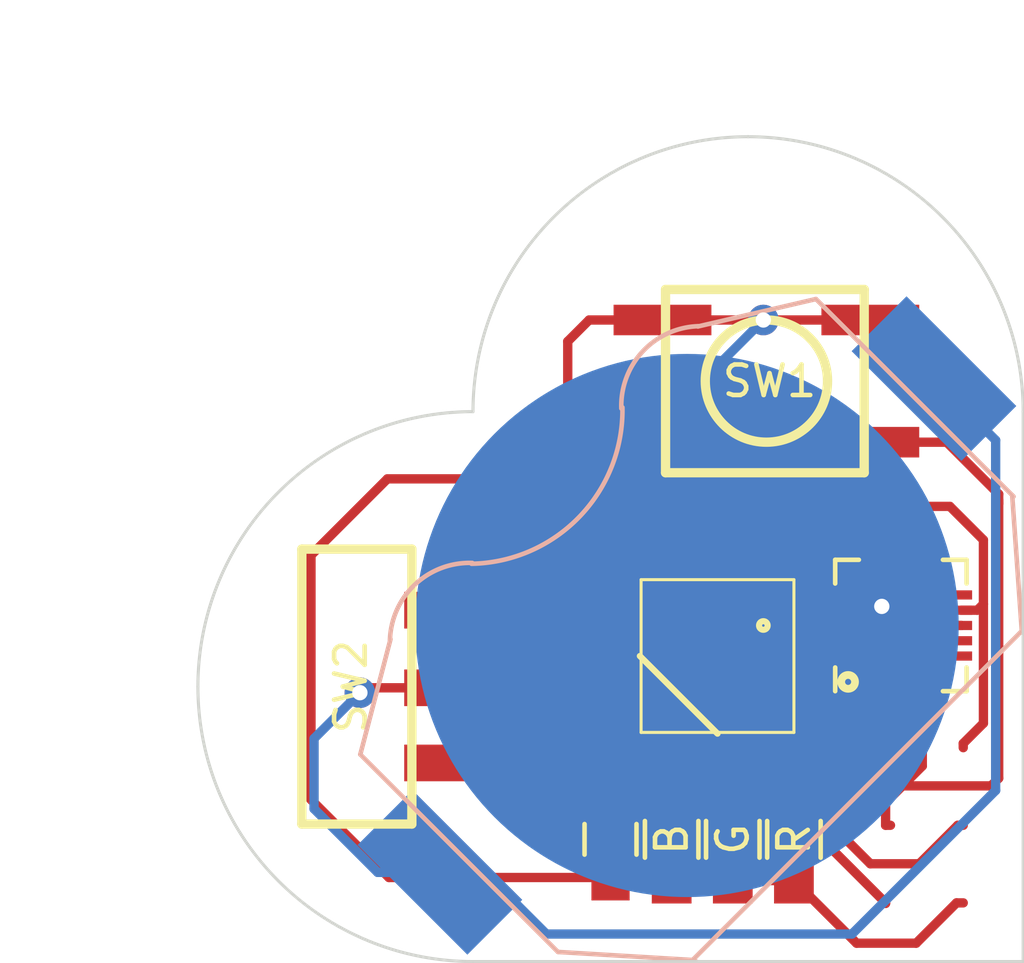
<source format=kicad_pcb>
(kicad_pcb (version 4) (host pcbnew 4.0.4-stable)

  (general
    (links 23)
    (no_connects 0)
    (area 185.192599 71.622599 219.870001 104.300001)
    (thickness 1.6)
    (drawings 9)
    (tracks 119)
    (zones 0)
    (modules 10)
    (nets 13)
  )

  (page USLetter)
  (layers
    (0 F.Cu signal)
    (31 B.Cu signal)
    (34 B.Paste user hide)
    (35 F.Paste user hide)
    (36 B.SilkS user)
    (37 F.SilkS user hide)
    (38 B.Mask user hide)
    (39 F.Mask user)
    (40 Dwgs.User user hide)
    (44 Edge.Cuts user)
  )

  (setup
    (last_trace_width 0.1524)
    (user_trace_width 0.254)
    (user_trace_width 0.3048)
    (user_trace_width 0.4064)
    (user_trace_width 0.6096)
    (user_trace_width 2.032)
    (trace_clearance 0.1524)
    (zone_clearance 0.508)
    (zone_45_only no)
    (trace_min 0.1524)
    (segment_width 0.254)
    (edge_width 0.1)
    (via_size 0.6858)
    (via_drill 0.3302)
    (via_min_size 0.6858)
    (via_min_drill 0.3302)
    (user_via 1 0.5)
    (uvia_size 0.762)
    (uvia_drill 0.508)
    (uvias_allowed no)
    (uvia_min_size 0.508)
    (uvia_min_drill 0.127)
    (pcb_text_width 0.3)
    (pcb_text_size 1.5 1.5)
    (mod_edge_width 0.15)
    (mod_text_size 1 1)
    (mod_text_width 0.15)
    (pad_size 2 2)
    (pad_drill 2)
    (pad_to_mask_clearance 0)
    (aux_axis_origin 0 0)
    (grid_origin 210.82 95.25)
    (visible_elements 7FFFFFFF)
    (pcbplotparams
      (layerselection 0x010f0_80000001)
      (usegerberextensions true)
      (excludeedgelayer true)
      (linewidth 0.100000)
      (plotframeref false)
      (viasonmask false)
      (mode 1)
      (useauxorigin false)
      (hpglpennumber 1)
      (hpglpenspeed 20)
      (hpglpendiameter 15)
      (hpglpenoverlay 2)
      (psnegative false)
      (psa4output false)
      (plotreference true)
      (plotvalue true)
      (plotinvisibletext false)
      (padsonsilk false)
      (subtractmaskfromsilk false)
      (outputformat 1)
      (mirror false)
      (drillshape 0)
      (scaleselection 1)
      (outputdirectory gerbers/))
  )

  (net 0 "")
  (net 1 GND)
  (net 2 +BATT)
  (net 3 "Net-(D1-Pad5)")
  (net 4 "Net-(D1-Pad6)")
  (net 5 "Net-(D1-Pad3)")
  (net 6 "Net-(BT1-Pad1)")
  (net 7 "Net-(CON1-Pad1)")
  (net 8 "Net-(CON1-Pad3)")
  (net 9 "Net-(CON1-Pad4)")
  (net 10 "Net-(CON1-Pad5)")
  (net 11 "Net-(D1-Pad1)")
  (net 12 "Net-(D1-Pad2)")

  (net_class Default "This is the default net class."
    (clearance 0.1524)
    (trace_width 0.1524)
    (via_dia 0.6858)
    (via_drill 0.3302)
    (uvia_dia 0.762)
    (uvia_drill 0.508)
    (add_net +BATT)
    (add_net GND)
    (add_net "Net-(BT1-Pad1)")
    (add_net "Net-(CON1-Pad1)")
    (add_net "Net-(CON1-Pad3)")
    (add_net "Net-(CON1-Pad4)")
    (add_net "Net-(CON1-Pad5)")
    (add_net "Net-(D1-Pad1)")
    (add_net "Net-(D1-Pad2)")
    (add_net "Net-(D1-Pad3)")
    (add_net "Net-(D1-Pad5)")
    (add_net "Net-(D1-Pad6)")
  )

  (module LED_RGB_QBLP679E (layer F.Cu) (tedit 58615818) (tstamp 56ECCC30)
    (at 208.82 93.25 270)
    (descr "RGB LED PLLC-6")
    (tags "RGB LED PLLC-6")
    (path /56ECDC4D)
    (attr smd)
    (fp_text reference D1 (at 0 -1.4 270) (layer F.SilkS) hide
      (effects (font (size 1 1) (thickness 0.15)))
    )
    (fp_text value LED_RGB (at 0 2 270) (layer F.Fab) hide
      (effects (font (size 0.5 0.5) (thickness 0.125)))
    )
    (fp_line (start 2.54 0) (end 0 2.54) (layer F.SilkS) (width 0.2032))
    (fp_text user QBLP679E (at 0 2.7 270) (layer F.Fab) hide
      (effects (font (size 0.2 0.2) (thickness 0.05)))
    )
    (fp_circle (center -1 -1.5) (end -1.1 -1.6) (layer F.SilkS) (width 0.2))
    (fp_line (start -2.5 -2.5) (end 2.5 -2.5) (layer F.SilkS) (width 0.1))
    (fp_line (start 2.5 -2.5) (end 2.5 2.5) (layer F.SilkS) (width 0.1))
    (fp_line (start 2.5 2.5) (end -2.5 2.5) (layer F.SilkS) (width 0.1))
    (fp_line (start -2.5 2.5) (end -2.5 -2.5) (layer F.SilkS) (width 0.1))
    (pad 4 smd rect (at -2.1 -1.5) (size 1 1.5) (layers F.Cu F.Paste F.Mask)
      (net 9 "Net-(CON1-Pad4)"))
    (pad 5 smd rect (at -2.1 0) (size 1 1.5) (layers F.Cu F.Paste F.Mask)
      (net 3 "Net-(D1-Pad5)"))
    (pad 6 smd rect (at -2.1 1.5) (size 1 1.5) (layers F.Cu F.Paste F.Mask)
      (net 4 "Net-(D1-Pad6)"))
    (pad 1 smd rect (at 2 1.5) (size 1 1.5) (layers F.Cu F.Paste F.Mask)
      (net 11 "Net-(D1-Pad1)"))
    (pad 2 smd rect (at 2 0) (size 1 1.5) (layers F.Cu F.Paste F.Mask)
      (net 12 "Net-(D1-Pad2)"))
    (pad 3 smd rect (at 2 -1.5) (size 1 1.5) (layers F.Cu F.Paste F.Mask)
      (net 5 "Net-(D1-Pad3)"))
  )

  (module SW_SMD_PUSH (layer F.Cu) (tedit 586155F4) (tstamp 586092D3)
    (at 213.82 86.25 180)
    (descr "Through hole pin header")
    (tags "pin header")
    (path /58609F3B)
    (fp_text reference SW1 (at 3.3 2 180) (layer F.SilkS)
      (effects (font (size 1 1) (thickness 0.15)))
    )
    (fp_text value SW_PUSH (at 3 2 180) (layer F.Fab)
      (effects (font (size 1 1) (thickness 0.15)))
    )
    (fp_circle (center 3.4 2) (end 3.4 0) (layer F.SilkS) (width 0.3048))
    (fp_line (start 6.7 5) (end 6.7 -1) (layer F.SilkS) (width 0.3048))
    (fp_line (start 0.2 -1) (end 0.2 5) (layer F.SilkS) (width 0.3048))
    (fp_line (start 0.2 5) (end 6.7 5) (layer F.SilkS) (width 0.3048))
    (fp_line (start 0.2 -1) (end 6.7 -1) (layer F.SilkS) (width 0.3048))
    (fp_line (start -1.75 -1.75) (end -1.75 14.45) (layer F.CrtYd) (width 0.05))
    (fp_line (start 4.3 -1.75) (end 4.3 14.45) (layer F.CrtYd) (width 0.05))
    (fp_line (start -1.75 -1.75) (end 4.3 -1.75) (layer F.CrtYd) (width 0.05))
    (fp_line (start -1.75 14.45) (end 4.3 14.45) (layer F.CrtYd) (width 0.05))
    (pad 2 smd rect (at 6.8 4 180) (size 3.2 1) (layers F.Cu F.Paste F.Mask)
      (net 1 GND))
    (pad 1 smd rect (at 6.8 0 180) (size 3.2 1) (layers F.Cu F.Paste F.Mask)
      (net 8 "Net-(CON1-Pad3)"))
    (pad 1 smd rect (at 0 0 180) (size 3.2 1) (layers F.Cu F.Paste F.Mask)
      (net 8 "Net-(CON1-Pad3)"))
    (pad 2 smd rect (at 0 4 180) (size 3.2 1) (layers F.Cu F.Paste F.Mask)
      (net 1 GND))
  )

  (module myFootPrints:BATT_CR2032_SMD (layer B.Cu) (tedit 56CFB5D2) (tstamp 586093B2)
    (at 207.82 92.25 45)
    (tags battery)
    (path /56CFA61E)
    (fp_text reference BT1 (at 0 -5.08 45) (layer B.SilkS) hide
      (effects (font (size 1.72974 1.08712) (thickness 0.27178)) (justify mirror))
    )
    (fp_text value Battery (at 0 2.54 45) (layer B.SilkS) hide
      (effects (font (size 1.524 1.016) (thickness 0.254)) (justify mirror))
    )
    (fp_line (start -7.1755 -6.5405) (end -10.541 -4.572) (layer B.SilkS) (width 0.15))
    (fp_line (start 7.1755 -6.6675) (end 10.541 -4.572) (layer B.SilkS) (width 0.15))
    (fp_arc (start -5.4229 -4.6355) (end -3.5179 -6.4135) (angle -90) (layer B.SilkS) (width 0.15))
    (fp_arc (start 5.4102 -4.7625) (end 7.1882 -6.6675) (angle -90) (layer B.SilkS) (width 0.15))
    (fp_arc (start -0.0635 -10.033) (end -3.556 -6.4135) (angle -90) (layer B.SilkS) (width 0.15))
    (fp_line (start 7.62 7.874) (end 10.541 4.5085) (layer B.SilkS) (width 0.15))
    (fp_line (start -10.541 4.572) (end -7.5565 7.9375) (layer B.SilkS) (width 0.15))
    (fp_line (start -7.62 7.874) (end 7.62 7.874) (layer B.SilkS) (width 0.15))
    (fp_line (start -10.541 -4.572) (end -10.541 4.572) (layer B.SilkS) (width 0.15))
    (fp_line (start 10.541 -4.572) (end 10.541 4.572) (layer B.SilkS) (width 0.15))
    (fp_circle (center 0 0) (end -10.16 0) (layer Dwgs.User) (width 0.15))
    (pad 2 smd circle (at 0 0 45) (size 17.78 17.78) (layers B.Cu B.Paste B.Mask)
      (net 1 GND))
    (pad 1 smd rect (at -11.43 0 45) (size 2.54 5.08) (layers B.Cu B.Paste B.Mask)
      (net 6 "Net-(BT1-Pad1)"))
    (pad 1 smd rect (at 11.43 0 45) (size 2.54 5.08) (layers B.Cu B.Paste B.Mask)
      (net 6 "Net-(BT1-Pad1)"))
  )

  (module SPST_SMD (layer F.Cu) (tedit 5872ACCD) (tstamp 586092E3)
    (at 199.82 94.25 270)
    (descr "Through hole pin header")
    (tags "pin header")
    (path /5860A0CD)
    (fp_text reference SW2 (at 0 3 270) (layer F.SilkS)
      (effects (font (size 1 1) (thickness 0.15)))
    )
    (fp_text value SPST (at 0.1 0 270) (layer F.Fab)
      (effects (font (size 1 1) (thickness 0.15)))
    )
    (fp_line (start -4.5 4.6) (end 4.5 4.6) (layer F.SilkS) (width 0.3048))
    (fp_line (start 4.5 1) (end 4.5 4.6) (layer F.SilkS) (width 0.3048))
    (fp_line (start -4.5 1) (end -4.5 4.6) (layer F.SilkS) (width 0.3048))
    (fp_line (start -4.5 1) (end 4.5 1) (layer F.SilkS) (width 0.3048))
    (fp_text user JS102011SAQN (at 0 1.7 270) (layer F.Fab)
      (effects (font (size 0.8 0.8) (thickness 0.1)))
    )
    (fp_line (start -1.75 14.45) (end 4.3 14.45) (layer F.CrtYd) (width 0.05))
    (pad 1 smd rect (at -2.5 0 270) (size 1.2 2.5) (layers F.Cu F.Paste F.Mask)
      (net 2 +BATT))
    (pad 2 smd rect (at 0.04 0 270) (size 1.2 2.5) (layers F.Cu F.Paste F.Mask)
      (net 6 "Net-(BT1-Pad1)"))
    (pad 3 smd rect (at 2.5 0 270) (size 1.2 2.5) (layers F.Cu F.Paste F.Mask))
  )

  (module Pin_Headers:Pin_Header_Straight_1x01 (layer F.Cu) (tedit 5872ACD6) (tstamp 5860AB5B)
    (at 208.32 78.25)
    (descr "Through hole pin header")
    (tags "pin header")
    (path /5860AE9A)
    (fp_text reference P1 (at -0.6 -0.5) (layer F.SilkS) hide
      (effects (font (size 0.127 0.127) (thickness 0.03175)))
    )
    (fp_text value CONN_01X01 (at 0 0.9) (layer F.Fab)
      (effects (font (size 0.127 0.127) (thickness 0.03175)))
    )
  )

  (module myFootPrints:QFN-20-1EP_4x4mm_Pitch0.5mm (layer F.Cu) (tedit 58614E75) (tstamp 56ECCED5)
    (at 214.82 92.25 90)
    (descr "20-Lead Plastic Quad Flat, No Lead Package (ML) - 4x4x0.9 mm Body [QFN]; (see Microchip Packaging Specification 00000049BS.pdf)")
    (tags "QFN 0.5")
    (path /56ECF26C)
    (attr smd)
    (fp_text reference IC1 (at 0 0 90) (layer F.SilkS) hide
      (effects (font (size 1 1) (thickness 0.15)))
    )
    (fp_text value ATTINY84A-M (at 0 3.33 90) (layer F.Fab) hide
      (effects (font (size 1 1) (thickness 0.15)))
    )
    (fp_line (start -2.6 -2.6) (end -2.6 2.6) (layer F.CrtYd) (width 0.05))
    (fp_line (start 2.6 -2.6) (end 2.6 2.6) (layer F.CrtYd) (width 0.05))
    (fp_line (start -2.6 -2.6) (end 2.6 -2.6) (layer F.CrtYd) (width 0.05))
    (fp_line (start -2.6 2.6) (end 2.6 2.6) (layer F.CrtYd) (width 0.05))
    (fp_line (start 2.15 -2.15) (end 2.15 -1.375) (layer F.SilkS) (width 0.15))
    (fp_line (start -2.15 2.15) (end -2.15 1.375) (layer F.SilkS) (width 0.15))
    (fp_line (start 2.15 2.15) (end 2.15 1.375) (layer F.SilkS) (width 0.15))
    (fp_line (start -2.15 -2.15) (end -1.375 -2.15) (layer F.SilkS) (width 0.15))
    (fp_line (start -2.15 2.15) (end -1.375 2.15) (layer F.SilkS) (width 0.15))
    (fp_line (start 2.15 2.15) (end 1.375 2.15) (layer F.SilkS) (width 0.15))
    (fp_line (start 2.15 -2.15) (end 1.375 -2.15) (layer F.SilkS) (width 0.15))
    (pad 1 smd rect (at -1.965 -1 90) (size 0.73 0.3) (layers F.Cu F.Paste F.Mask)
      (net 8 "Net-(CON1-Pad3)"))
    (pad 2 smd rect (at -1.965 -0.5 90) (size 0.73 0.3) (layers F.Cu F.Paste F.Mask))
    (pad 3 smd rect (at -1.965 0 90) (size 0.73 0.3) (layers F.Cu F.Paste F.Mask))
    (pad 4 smd rect (at -1.965 0.5 90) (size 0.73 0.3) (layers F.Cu F.Paste F.Mask))
    (pad 5 smd rect (at -1.965 1 90) (size 0.73 0.3) (layers F.Cu F.Paste F.Mask))
    (pad 6 smd rect (at -1 1.965 180) (size 0.73 0.3) (layers F.Cu F.Paste F.Mask))
    (pad 7 smd rect (at -0.5 1.965 180) (size 0.73 0.3) (layers F.Cu F.Paste F.Mask))
    (pad 8 smd rect (at 0 1.965 180) (size 0.73 0.3) (layers F.Cu F.Paste F.Mask)
      (net 1 GND))
    (pad 9 smd rect (at 0.5 1.965 180) (size 0.73 0.3) (layers F.Cu F.Paste F.Mask)
      (net 2 +BATT))
    (pad 10 smd rect (at 1 1.965 180) (size 0.73 0.3) (layers F.Cu F.Paste F.Mask))
    (pad 11 smd rect (at 1.965 1 90) (size 0.73 0.3) (layers F.Cu F.Paste F.Mask))
    (pad 12 smd rect (at 1.965 0.5 90) (size 0.73 0.3) (layers F.Cu F.Paste F.Mask))
    (pad 13 smd rect (at 1.965 0 90) (size 0.73 0.3) (layers F.Cu F.Paste F.Mask)
      (net 10 "Net-(CON1-Pad5)"))
    (pad 14 smd rect (at 1.965 -0.5 90) (size 0.73 0.3) (layers F.Cu F.Paste F.Mask)
      (net 4 "Net-(D1-Pad6)"))
    (pad 15 smd rect (at 1.965 -1 90) (size 0.73 0.3) (layers F.Cu F.Paste F.Mask)
      (net 3 "Net-(D1-Pad5)"))
    (pad 16 smd rect (at 1 -1.965 180) (size 0.73 0.3) (layers F.Cu F.Paste F.Mask)
      (net 9 "Net-(CON1-Pad4)"))
    (pad 17 smd rect (at 0.5 -1.965 180) (size 0.73 0.3) (layers F.Cu F.Paste F.Mask))
    (pad 18 smd rect (at 0 -1.965 180) (size 0.73 0.3) (layers F.Cu F.Paste F.Mask))
    (pad 19 smd rect (at -0.5 -1.965 180) (size 0.73 0.3) (layers F.Cu F.Paste F.Mask))
    (pad 20 smd rect (at -1 -1.965 180) (size 0.73 0.3) (layers F.Cu F.Paste F.Mask)
      (net 7 "Net-(CON1-Pad1)"))
    (pad 8 smd rect (at 0.625 0.625 90) (size 1.25 1.25) (layers F.Cu F.Paste F.Mask)
      (net 1 GND) (solder_paste_margin_ratio -0.2))
    (pad 8 smd rect (at 0.625 -0.625 90) (size 1.25 1.25) (layers F.Cu F.Paste F.Mask)
      (net 1 GND) (solder_paste_margin_ratio -0.2))
    (pad 8 smd rect (at -0.625 0.625 90) (size 1.25 1.25) (layers F.Cu F.Paste F.Mask)
      (net 1 GND) (solder_paste_margin_ratio -0.2))
    (pad 8 smd rect (at -0.625 -0.625 90) (size 1.25 1.25) (layers F.Cu F.Paste F.Mask)
      (net 1 GND) (solder_paste_margin_ratio -0.2))
    (model Housings_DFN_QFN.3dshapes/QFN-20-1EP_4x4mm_Pitch0.5mm.wrl
      (at (xyz 0 0 0))
      (scale (xyz 1 1 1))
      (rotate (xyz 0 0 0))
    )
  )

  (module Capacitors_SMD:C_0805_HandSoldering (layer F.Cu) (tedit 5860AD66) (tstamp 586093B8)
    (at 205.32 99.25 270)
    (descr "Capacitor SMD 0805, hand soldering")
    (tags "capacitor 0805")
    (path /553FDF53)
    (attr smd)
    (fp_text reference C1 (at 2 1 270) (layer F.SilkS) hide
      (effects (font (size 1 1) (thickness 0.15)))
    )
    (fp_text value "0.1 uF" (at 0 2.1 270) (layer F.Fab)
      (effects (font (size 1 1) (thickness 0.15)))
    )
    (fp_line (start -2.3 -1) (end 2.3 -1) (layer F.CrtYd) (width 0.05))
    (fp_line (start -2.3 1) (end 2.3 1) (layer F.CrtYd) (width 0.05))
    (fp_line (start -2.3 -1) (end -2.3 1) (layer F.CrtYd) (width 0.05))
    (fp_line (start 2.3 -1) (end 2.3 1) (layer F.CrtYd) (width 0.05))
    (fp_line (start 0.5 -0.85) (end -0.5 -0.85) (layer F.SilkS) (width 0.15))
    (fp_line (start -0.5 0.85) (end 0.5 0.85) (layer F.SilkS) (width 0.15))
    (pad 1 smd rect (at -1.25 0 270) (size 1.5 1.25) (layers F.Cu F.Paste F.Mask)
      (net 2 +BATT))
    (pad 2 smd rect (at 1.25 0 270) (size 1.5 1.25) (layers F.Cu F.Paste F.Mask)
      (net 1 GND))
    (model Capacitors_SMD.3dshapes/C_0805_HandSoldering.wrl
      (at (xyz 0 0 0))
      (scale (xyz 1 1 1))
      (rotate (xyz 0 0 0))
    )
  )

  (module Resistors_SMD:R_0805_HandSoldering (layer F.Cu) (tedit 5860BD7A) (tstamp 586093BD)
    (at 211.32 99.25 270)
    (descr "Resistor SMD 0805, hand soldering")
    (tags "resistor 0805")
    (path /56CEB2B5)
    (attr smd)
    (fp_text reference R1 (at -2 0 270) (layer F.SilkS) hide
      (effects (font (size 1 1) (thickness 0.15)))
    )
    (fp_text value R (at 0 0 270) (layer F.SilkS)
      (effects (font (size 1 1) (thickness 0.15)))
    )
    (fp_line (start -2.4 -1) (end 2.4 -1) (layer F.CrtYd) (width 0.05))
    (fp_line (start -2.4 1) (end 2.4 1) (layer F.CrtYd) (width 0.05))
    (fp_line (start -2.4 -1) (end -2.4 1) (layer F.CrtYd) (width 0.05))
    (fp_line (start 2.4 -1) (end 2.4 1) (layer F.CrtYd) (width 0.05))
    (fp_line (start 0.6 0.875) (end -0.6 0.875) (layer F.SilkS) (width 0.15))
    (fp_line (start -0.6 -0.875) (end 0.6 -0.875) (layer F.SilkS) (width 0.15))
    (pad 1 smd rect (at -1.35 0 270) (size 1.5 1.3) (layers F.Cu F.Paste F.Mask)
      (net 5 "Net-(D1-Pad3)"))
    (pad 2 smd rect (at 1.35 0 270) (size 1.5 1.3) (layers F.Cu F.Paste F.Mask)
      (net 1 GND))
    (model Resistors_SMD.3dshapes/R_0805_HandSoldering.wrl
      (at (xyz 0 0 0))
      (scale (xyz 1 1 1))
      (rotate (xyz 0 0 0))
    )
  )

  (module Resistors_SMD:R_0805_HandSoldering (layer F.Cu) (tedit 5860BD6E) (tstamp 586093C2)
    (at 209.32 99.25 270)
    (descr "Resistor SMD 0805, hand soldering")
    (tags "resistor 0805")
    (path /56DBEF6A)
    (attr smd)
    (fp_text reference R2 (at 2 0 270) (layer F.SilkS) hide
      (effects (font (size 1 1) (thickness 0.15)))
    )
    (fp_text value G (at 0 0 270) (layer F.SilkS)
      (effects (font (size 1 1) (thickness 0.15)))
    )
    (fp_line (start -2.4 -1) (end 2.4 -1) (layer F.CrtYd) (width 0.05))
    (fp_line (start -2.4 1) (end 2.4 1) (layer F.CrtYd) (width 0.05))
    (fp_line (start -2.4 -1) (end -2.4 1) (layer F.CrtYd) (width 0.05))
    (fp_line (start 2.4 -1) (end 2.4 1) (layer F.CrtYd) (width 0.05))
    (fp_line (start 0.6 0.875) (end -0.6 0.875) (layer F.SilkS) (width 0.15))
    (fp_line (start -0.6 -0.875) (end 0.6 -0.875) (layer F.SilkS) (width 0.15))
    (pad 1 smd rect (at -1.35 0 270) (size 1.5 1.3) (layers F.Cu F.Paste F.Mask)
      (net 12 "Net-(D1-Pad2)"))
    (pad 2 smd rect (at 1.35 0 270) (size 1.5 1.3) (layers F.Cu F.Paste F.Mask)
      (net 1 GND))
    (model Resistors_SMD.3dshapes/R_0805_HandSoldering.wrl
      (at (xyz 0 0 0))
      (scale (xyz 1 1 1))
      (rotate (xyz 0 0 0))
    )
  )

  (module Resistors_SMD:R_0805_HandSoldering (layer F.Cu) (tedit 5860BD5F) (tstamp 586093C7)
    (at 207.32 99.25 270)
    (descr "Resistor SMD 0805, hand soldering")
    (tags "resistor 0805")
    (path /56DBEFE7)
    (attr smd)
    (fp_text reference R3 (at 2 0 270) (layer F.SilkS) hide
      (effects (font (size 1 1) (thickness 0.15)))
    )
    (fp_text value B (at 0 0 270) (layer F.SilkS)
      (effects (font (size 1 1) (thickness 0.15)))
    )
    (fp_line (start -2.4 -1) (end 2.4 -1) (layer F.CrtYd) (width 0.05))
    (fp_line (start -2.4 1) (end 2.4 1) (layer F.CrtYd) (width 0.05))
    (fp_line (start -2.4 -1) (end -2.4 1) (layer F.CrtYd) (width 0.05))
    (fp_line (start 2.4 -1) (end 2.4 1) (layer F.CrtYd) (width 0.05))
    (fp_line (start 0.6 0.875) (end -0.6 0.875) (layer F.SilkS) (width 0.15))
    (fp_line (start -0.6 -0.875) (end 0.6 -0.875) (layer F.SilkS) (width 0.15))
    (pad 1 smd rect (at -1.35 0 270) (size 1.5 1.3) (layers F.Cu F.Paste F.Mask)
      (net 11 "Net-(D1-Pad1)"))
    (pad 2 smd rect (at 1.35 0 270) (size 1.5 1.3) (layers F.Cu F.Paste F.Mask)
      (net 1 GND))
    (model Resistors_SMD.3dshapes/R_0805_HandSoldering.wrl
      (at (xyz 0 0 0))
      (scale (xyz 1 1 1))
      (rotate (xyz 0 0 0))
    )
  )

  (gr_circle (center 213.093 94.096) (end 213.193 94.096) (layer F.SilkS) (width 0.254))
  (gr_circle (center 207.82 92.25) (end 197.82 90.25) (layer Dwgs.User) (width 0.254))
  (gr_line (start 200.82 103.25) (end 218.82 103.25) (angle 90) (layer Edge.Cuts) (width 0.1))
  (gr_arc (start 200.82 94.25) (end 200.82 103.25) (angle 90) (layer Edge.Cuts) (width 0.1))
  (gr_arc (start 200.82 94.25) (end 191.82 94.25) (angle 90) (layer Edge.Cuts) (width 0.1))
  (gr_arc (start 209.82 85.25) (end 200.82 85.25) (angle 90) (layer Edge.Cuts) (width 0.1))
  (gr_arc (start 209.82 85.25) (end 209.82 76.25) (angle 90) (layer Edge.Cuts) (width 0.1))
  (gr_line (start 218.82 103.25) (end 218.82 85.25) (angle 90) (layer Edge.Cuts) (width 0.1))
  (gr_line (start 202.32 86.75) (end 219.82 104.25) (angle 90) (layer Dwgs.User) (width 0.1))

  (segment (start 207.02 82.25) (end 210.32 82.25) (width 0.3048) (layer F.Cu) (net 1))
  (segment (start 207.82 92.25) (end 207.82 84.75) (width 0.3048) (layer B.Cu) (net 1))
  (segment (start 207.82 84.75) (end 210.32 82.25) (width 0.3048) (layer B.Cu) (net 1) (tstamp 5861573A))
  (via (at 210.32 82.25) (size 1) (drill 0.5) (layers F.Cu B.Cu) (net 1))
  (segment (start 210.32 82.25) (end 213.82 82.25) (width 0.3048) (layer F.Cu) (net 1) (tstamp 5861574A))
  (segment (start 202.72 87.45) (end 203.02 87.45) (width 0.3048) (layer F.Cu) (net 1))
  (segment (start 204.62 82.25) (end 207.02 82.25) (width 0.3048) (layer F.Cu) (net 1) (tstamp 58615718))
  (segment (start 203.92 82.95) (end 204.62 82.25) (width 0.3048) (layer F.Cu) (net 1) (tstamp 58615717))
  (segment (start 203.92 86.55) (end 203.92 82.95) (width 0.3048) (layer F.Cu) (net 1) (tstamp 58615716))
  (segment (start 203.02 87.45) (end 203.92 86.55) (width 0.3048) (layer F.Cu) (net 1) (tstamp 58615711))
  (segment (start 205.32 100.5) (end 198.07 100.5) (width 0.3048) (layer F.Cu) (net 1))
  (segment (start 198.02 87.45) (end 202.72 87.45) (width 0.3048) (layer F.Cu) (net 1) (tstamp 5861540A))
  (segment (start 202.72 87.45) (end 202.82 87.45) (width 0.3048) (layer F.Cu) (net 1) (tstamp 5861570F))
  (segment (start 195.52 89.95) (end 198.02 87.45) (width 0.3048) (layer F.Cu) (net 1) (tstamp 58615408))
  (segment (start 195.52 97.95) (end 195.52 89.95) (width 0.3048) (layer F.Cu) (net 1) (tstamp 58615405))
  (segment (start 198.07 100.5) (end 195.52 97.95) (width 0.3048) (layer F.Cu) (net 1) (tstamp 586153FC))
  (segment (start 216.785 92.25) (end 214.82 92.25) (width 0.3048) (layer F.Cu) (net 1))
  (segment (start 214.82 92.25) (end 214.195 91.625) (width 0.3048) (layer F.Cu) (net 1) (tstamp 58615367))
  (via (at 214.195 91.625) (size 1) (drill 0.5) (layers F.Cu B.Cu) (net 1))
  (segment (start 216.785 92.25) (end 216.07 92.25) (width 0.3048) (layer F.Cu) (net 1))
  (segment (start 207.32 100.6) (end 205.42 100.6) (width 0.3048) (layer F.Cu) (net 1))
  (segment (start 205.42 100.6) (end 205.32 100.5) (width 0.3048) (layer F.Cu) (net 1) (tstamp 5860C586))
  (segment (start 214.82 92.25) (end 214.195 91.625) (width 0.3048) (layer F.Cu) (net 1) (tstamp 5860C0BA) (status 30))
  (segment (start 209.32 100.6) (end 207.32 100.6) (width 0.3048) (layer F.Cu) (net 1))
  (segment (start 211.32 100.6) (end 209.32 100.6) (width 0.3048) (layer F.Cu) (net 1))
  (segment (start 216.86 101.33) (end 216.64 101.33) (width 0.3048) (layer F.Cu) (net 1))
  (segment (start 216.64 101.33) (end 215.32 102.65) (width 0.3048) (layer F.Cu) (net 1) (tstamp 5860C0A5))
  (segment (start 215.32 102.65) (end 213.37 102.65) (width 0.3048) (layer F.Cu) (net 1) (tstamp 5860C0A6))
  (segment (start 213.37 102.65) (end 211.32 100.6) (width 0.3048) (layer F.Cu) (net 1) (tstamp 5860C0A9))
  (segment (start 205.32 98) (end 204.47 98) (width 0.3048) (layer F.Cu) (net 2))
  (segment (start 203.12 91.75) (end 199.82 91.75) (width 0.3048) (layer F.Cu) (net 2) (tstamp 586153E9))
  (segment (start 203.92 92.55) (end 203.12 91.75) (width 0.3048) (layer F.Cu) (net 2) (tstamp 586153E6))
  (segment (start 203.92 97.45) (end 203.92 92.55) (width 0.3048) (layer F.Cu) (net 2) (tstamp 586153E5))
  (segment (start 204.47 98) (end 203.92 97.45) (width 0.3048) (layer F.Cu) (net 2) (tstamp 586153E1))
  (segment (start 216.42 88.35) (end 205.82 88.35) (width 0.3048) (layer F.Cu) (net 2))
  (segment (start 216.42 88.35) (end 217.52 89.45) (width 0.3048) (layer F.Cu) (net 2) (tstamp 5860C42A))
  (segment (start 217.52 91.55) (end 217.52 89.45) (width 0.3048) (layer F.Cu) (net 2) (tstamp 5860C430))
  (segment (start 205.32 96.85) (end 205.32 98) (width 0.3048) (layer F.Cu) (net 2) (tstamp 586153DD))
  (segment (start 204.82 96.35) (end 205.32 96.85) (width 0.3048) (layer F.Cu) (net 2) (tstamp 586153DC))
  (segment (start 204.82 89.35) (end 204.82 96.35) (width 0.3048) (layer F.Cu) (net 2) (tstamp 586153D9))
  (segment (start 205.82 88.35) (end 204.82 89.35) (width 0.3048) (layer F.Cu) (net 2) (tstamp 586153D1))
  (segment (start 217.52 95.45) (end 217.52 91.55) (width 0.3048) (layer F.Cu) (net 2) (tstamp 5860C449))
  (segment (start 216.86 96.25) (end 216.86 96.11) (width 0.3048) (layer F.Cu) (net 2))
  (segment (start 216.86 96.11) (end 217.52 95.45) (width 0.3048) (layer F.Cu) (net 2) (tstamp 5860C446))
  (segment (start 217.32 91.75) (end 216.785 91.75) (width 0.3048) (layer F.Cu) (net 2) (tstamp 5860C437))
  (segment (start 217.52 91.55) (end 217.32 91.75) (width 0.3048) (layer F.Cu) (net 2) (tstamp 5860C435))
  (segment (start 213.82 90.285) (end 213.82 90.05) (width 0.3048) (layer F.Cu) (net 3))
  (segment (start 213.82 90.05) (end 213.577202 89.807202) (width 0.3048) (layer F.Cu) (net 3) (tstamp 5860C3E8))
  (segment (start 208.82 90.05) (end 208.82 91.15) (width 0.3048) (layer F.Cu) (net 3) (tstamp 5860C247))
  (segment (start 209.062798 89.807202) (end 208.82 90.05) (width 0.3048) (layer F.Cu) (net 3) (tstamp 5860C245))
  (segment (start 213.577202 89.807202) (end 209.062798 89.807202) (width 0.3048) (layer F.Cu) (net 3) (tstamp 5860C3EC))
  (segment (start 214.32 90.285) (end 214.32 89.75) (width 0.3048) (layer F.Cu) (net 4))
  (segment (start 208.52 89.35) (end 207.72 89.35) (width 0.3048) (layer F.Cu) (net 4) (tstamp 5860C228))
  (segment (start 207.72 89.35) (end 207.42 89.65) (width 0.3048) (layer F.Cu) (net 4) (tstamp 5860C22C))
  (segment (start 207.42 89.65) (end 207.42 91.05) (width 0.3048) (layer F.Cu) (net 4) (tstamp 5860C22F))
  (segment (start 213.92 89.35) (end 208.52 89.35) (width 0.3048) (layer F.Cu) (net 4) (tstamp 5860C3F5))
  (segment (start 214.32 89.75) (end 213.92 89.35) (width 0.3048) (layer F.Cu) (net 4) (tstamp 5860C3F3))
  (segment (start 207.42 91.05) (end 207.32 91.15) (width 0.3048) (layer F.Cu) (net 4) (tstamp 5860C230))
  (segment (start 210.32 95.25) (end 211.32 96.25) (width 0.3048) (layer F.Cu) (net 5))
  (segment (start 211.32 96.25) (end 211.32 97.9) (width 0.3048) (layer F.Cu) (net 5) (tstamp 5860BFE5))
  (segment (start 199.737769 100.332231) (end 201.202231 100.332231) (width 0.3048) (layer B.Cu) (net 6))
  (segment (start 201.202231 100.332231) (end 203.22 102.35) (width 0.3048) (layer B.Cu) (net 6) (tstamp 58615564))
  (segment (start 217.92 86.185538) (end 215.902231 84.167769) (width 0.3048) (layer B.Cu) (net 6) (tstamp 58615576))
  (segment (start 217.92 97.65) (end 217.92 86.185538) (width 0.3048) (layer B.Cu) (net 6) (tstamp 58615570))
  (segment (start 213.22 102.35) (end 217.92 97.65) (width 0.3048) (layer B.Cu) (net 6) (tstamp 5861556E))
  (segment (start 203.22 102.35) (end 213.22 102.35) (width 0.3048) (layer B.Cu) (net 6) (tstamp 5861556A))
  (segment (start 199.82 94.29) (end 197.28 94.29) (width 0.3048) (layer F.Cu) (net 6))
  (segment (start 197.702231 100.332231) (end 199.737769 100.332231) (width 0.3048) (layer B.Cu) (net 6) (tstamp 5861554F))
  (segment (start 195.62 98.25) (end 197.702231 100.332231) (width 0.3048) (layer B.Cu) (net 6) (tstamp 5861554D))
  (segment (start 195.62 95.95) (end 195.62 98.25) (width 0.3048) (layer B.Cu) (net 6) (tstamp 5861553F))
  (segment (start 197.12 94.45) (end 195.62 95.95) (width 0.3048) (layer B.Cu) (net 6) (tstamp 5861553E))
  (via (at 197.12 94.45) (size 1) (drill 0.5) (layers F.Cu B.Cu) (net 6))
  (segment (start 197.28 94.29) (end 197.12 94.45) (width 0.3048) (layer F.Cu) (net 6) (tstamp 58615529))
  (segment (start 214.32 96.25) (end 214.32 96.103418) (width 0.3048) (layer F.Cu) (net 7))
  (segment (start 214.32 96.103418) (end 212.32 94.103418) (width 0.3048) (layer F.Cu) (net 7) (tstamp 5860C470))
  (segment (start 212.32 94.103418) (end 212.32 93.785) (width 0.3048) (layer F.Cu) (net 7) (tstamp 5860C473))
  (segment (start 212.32 93.785) (end 212.855 93.25) (width 0.3048) (layer F.Cu) (net 7) (tstamp 5860C474))
  (segment (start 213.82 86.25) (end 207.02 86.25) (width 0.3048) (layer F.Cu) (net 8))
  (segment (start 218.02 88.25) (end 218.02 87.95) (width 0.3048) (layer F.Cu) (net 8))
  (segment (start 216.32 86.25) (end 213.82 86.25) (width 0.3048) (layer F.Cu) (net 8) (tstamp 586157A8))
  (segment (start 218.02 87.95) (end 216.32 86.25) (width 0.3048) (layer F.Cu) (net 8) (tstamp 586157A6))
  (segment (start 218.02 97.25) (end 218.02 88.25) (width 0.3048) (layer F.Cu) (net 8) (tstamp 5860C4AD))
  (segment (start 218.02 88.25) (end 218.02 88.15) (width 0.3048) (layer F.Cu) (net 8) (tstamp 586157A4))
  (segment (start 214.87 97.5) (end 217.77 97.5) (width 0.3048) (layer F.Cu) (net 8))
  (segment (start 217.77 97.5) (end 218.02 97.25) (width 0.3048) (layer F.Cu) (net 8) (tstamp 5860C4AC))
  (segment (start 214.32 98.79) (end 214.32 98.05) (width 0.3048) (layer F.Cu) (net 8))
  (segment (start 214.32 98.05) (end 214.87 97.5) (width 0.3048) (layer F.Cu) (net 8) (tstamp 5860C47B))
  (segment (start 214.87 97.5) (end 215.52 96.85) (width 0.3048) (layer F.Cu) (net 8) (tstamp 5860C4AA))
  (segment (start 213.82 94.85) (end 213.82 94.215) (width 0.3048) (layer F.Cu) (net 8) (tstamp 5860C486))
  (segment (start 214.02 95.05) (end 213.82 94.85) (width 0.3048) (layer F.Cu) (net 8) (tstamp 5860C485))
  (segment (start 214.72 95.05) (end 214.02 95.05) (width 0.3048) (layer F.Cu) (net 8) (tstamp 5860C481))
  (segment (start 215.52 95.85) (end 214.72 95.05) (width 0.3048) (layer F.Cu) (net 8) (tstamp 5860C47F))
  (segment (start 215.52 96.85) (end 215.52 95.85) (width 0.3048) (layer F.Cu) (net 8) (tstamp 5860C47D))
  (segment (start 214.32 98.79) (end 214.48 98.79) (width 0.3048) (layer F.Cu) (net 8))
  (segment (start 212.52 98.75) (end 212.52 94.95) (width 0.3048) (layer F.Cu) (net 9))
  (segment (start 213.82 100.05) (end 212.52 98.75) (width 0.3048) (layer F.Cu) (net 9) (tstamp 5860C014))
  (segment (start 215.42 100.05) (end 213.82 100.05) (width 0.3048) (layer F.Cu) (net 9) (tstamp 5860C012))
  (segment (start 216.68 98.79) (end 215.42 100.05) (width 0.3048) (layer F.Cu) (net 9) (tstamp 5860C00F))
  (segment (start 210.32 92.75) (end 210.32 91.15) (width 0.3048) (layer F.Cu) (net 9) (tstamp 5860C45C))
  (segment (start 212.52 94.95) (end 210.32 92.75) (width 0.3048) (layer F.Cu) (net 9) (tstamp 5860C456))
  (segment (start 212.855 91.25) (end 210.42 91.25) (width 0.3048) (layer F.Cu) (net 9))
  (segment (start 210.42 91.25) (end 210.32 91.15) (width 0.3048) (layer F.Cu) (net 9) (tstamp 5860C3DF))
  (segment (start 216.86 98.79) (end 216.68 98.79) (width 0.3048) (layer F.Cu) (net 9))
  (segment (start 205.62 90.05) (end 205.62 95.85) (width 0.3048) (layer F.Cu) (net 10))
  (segment (start 214.32 101.33) (end 212.24 99.25) (width 0.3048) (layer F.Cu) (net 10) (tstamp 5860C09E))
  (segment (start 206.42 88.85) (end 214.22 88.85) (width 0.3048) (layer F.Cu) (net 10))
  (segment (start 214.82 89.45) (end 214.82 90.285) (width 0.3048) (layer F.Cu) (net 10) (tstamp 5860C401))
  (segment (start 214.22 88.85) (end 214.82 89.45) (width 0.3048) (layer F.Cu) (net 10) (tstamp 5860C3FC))
  (segment (start 205.62 89.65) (end 205.62 90.05) (width 0.3048) (layer F.Cu) (net 10) (tstamp 5860C25B))
  (segment (start 206.42 88.85) (end 205.62 89.65) (width 0.3048) (layer F.Cu) (net 10) (tstamp 5860C257))
  (segment (start 206.62 99.25) (end 212.24 99.25) (width 0.3048) (layer F.Cu) (net 10) (tstamp 5860C579))
  (segment (start 206.32 98.95) (end 206.62 99.25) (width 0.3048) (layer F.Cu) (net 10) (tstamp 5860C578))
  (segment (start 206.32 96.55) (end 206.32 98.95) (width 0.3048) (layer F.Cu) (net 10) (tstamp 5860C574))
  (segment (start 205.62 95.85) (end 206.32 96.55) (width 0.3048) (layer F.Cu) (net 10) (tstamp 5860C56F))
  (segment (start 214.32 101.33) (end 214.32 101.35) (width 0.3048) (layer F.Cu) (net 10))
  (segment (start 214.777202 90.285) (end 214.82 90.285) (width 0.3048) (layer F.Cu) (net 10) (tstamp 5860C03A) (status 30))
  (segment (start 207.32 95.25) (end 207.32 97.9) (width 0.3048) (layer F.Cu) (net 11))
  (segment (start 208.82 95.25) (end 208.82 97.4) (width 0.3048) (layer F.Cu) (net 12))
  (segment (start 208.82 97.4) (end 209.32 97.9) (width 0.3048) (layer F.Cu) (net 12) (tstamp 5860BFE2))

)

</source>
